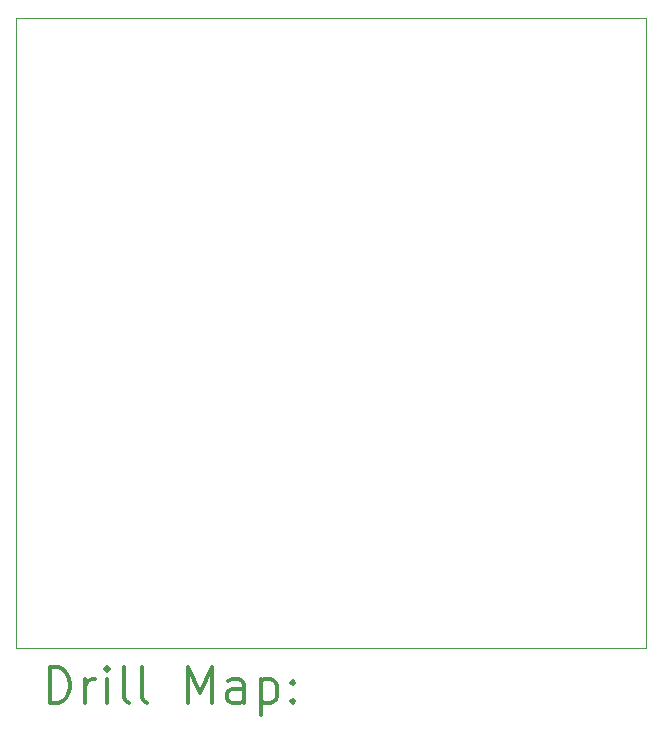
<source format=gbr>
%FSLAX45Y45*%
G04 Gerber Fmt 4.5, Leading zero omitted, Abs format (unit mm)*
G04 Created by KiCad (PCBNEW (5.1.6)-1) date 2020-09-17 17:59:51*
%MOMM*%
%LPD*%
G01*
G04 APERTURE LIST*
%TA.AperFunction,Profile*%
%ADD10C,0.050000*%
%TD*%
%ADD11C,0.200000*%
%ADD12C,0.300000*%
G04 APERTURE END LIST*
D10*
X11430000Y-13081000D02*
X11430000Y-7747000D01*
X16764000Y-13081000D02*
X11430000Y-13081000D01*
X16764000Y-7747000D02*
X16764000Y-13081000D01*
X11430000Y-7747000D02*
X16764000Y-7747000D01*
D11*
D12*
X11713928Y-13549214D02*
X11713928Y-13249214D01*
X11785357Y-13249214D01*
X11828214Y-13263500D01*
X11856786Y-13292071D01*
X11871071Y-13320643D01*
X11885357Y-13377786D01*
X11885357Y-13420643D01*
X11871071Y-13477786D01*
X11856786Y-13506357D01*
X11828214Y-13534929D01*
X11785357Y-13549214D01*
X11713928Y-13549214D01*
X12013928Y-13549214D02*
X12013928Y-13349214D01*
X12013928Y-13406357D02*
X12028214Y-13377786D01*
X12042500Y-13363500D01*
X12071071Y-13349214D01*
X12099643Y-13349214D01*
X12199643Y-13549214D02*
X12199643Y-13349214D01*
X12199643Y-13249214D02*
X12185357Y-13263500D01*
X12199643Y-13277786D01*
X12213928Y-13263500D01*
X12199643Y-13249214D01*
X12199643Y-13277786D01*
X12385357Y-13549214D02*
X12356786Y-13534929D01*
X12342500Y-13506357D01*
X12342500Y-13249214D01*
X12542500Y-13549214D02*
X12513928Y-13534929D01*
X12499643Y-13506357D01*
X12499643Y-13249214D01*
X12885357Y-13549214D02*
X12885357Y-13249214D01*
X12985357Y-13463500D01*
X13085357Y-13249214D01*
X13085357Y-13549214D01*
X13356786Y-13549214D02*
X13356786Y-13392071D01*
X13342500Y-13363500D01*
X13313928Y-13349214D01*
X13256786Y-13349214D01*
X13228214Y-13363500D01*
X13356786Y-13534929D02*
X13328214Y-13549214D01*
X13256786Y-13549214D01*
X13228214Y-13534929D01*
X13213928Y-13506357D01*
X13213928Y-13477786D01*
X13228214Y-13449214D01*
X13256786Y-13434929D01*
X13328214Y-13434929D01*
X13356786Y-13420643D01*
X13499643Y-13349214D02*
X13499643Y-13649214D01*
X13499643Y-13363500D02*
X13528214Y-13349214D01*
X13585357Y-13349214D01*
X13613928Y-13363500D01*
X13628214Y-13377786D01*
X13642500Y-13406357D01*
X13642500Y-13492071D01*
X13628214Y-13520643D01*
X13613928Y-13534929D01*
X13585357Y-13549214D01*
X13528214Y-13549214D01*
X13499643Y-13534929D01*
X13771071Y-13520643D02*
X13785357Y-13534929D01*
X13771071Y-13549214D01*
X13756786Y-13534929D01*
X13771071Y-13520643D01*
X13771071Y-13549214D01*
X13771071Y-13363500D02*
X13785357Y-13377786D01*
X13771071Y-13392071D01*
X13756786Y-13377786D01*
X13771071Y-13363500D01*
X13771071Y-13392071D01*
M02*

</source>
